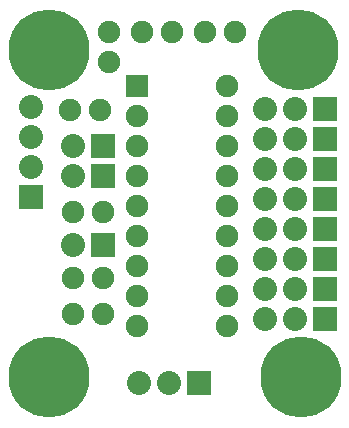
<source format=gts>
G04 (created by PCBNEW-RS274X (2011-05-25)-stable) date Thu 05 Jul 2012 10:45:02 PM EDT*
G01*
G70*
G90*
%MOIN*%
G04 Gerber Fmt 3.4, Leading zero omitted, Abs format*
%FSLAX34Y34*%
G04 APERTURE LIST*
%ADD10C,0.006000*%
%ADD11C,0.075000*%
%ADD12R,0.075000X0.075000*%
%ADD13C,0.270000*%
%ADD14R,0.080000X0.080000*%
%ADD15C,0.080000*%
G04 APERTURE END LIST*
G54D10*
G54D11*
X52600Y-32900D03*
X53600Y-32900D03*
X52600Y-30700D03*
X53600Y-30700D03*
X52500Y-27300D03*
X53500Y-27300D03*
X52600Y-34100D03*
X53600Y-34100D03*
X58000Y-24700D03*
X57000Y-24700D03*
X55900Y-24700D03*
X54900Y-24700D03*
G54D12*
X54750Y-26500D03*
G54D11*
X54750Y-27500D03*
X54750Y-28500D03*
X54750Y-29500D03*
X54750Y-30500D03*
X54750Y-31500D03*
X54750Y-32500D03*
X54750Y-33500D03*
X54750Y-34500D03*
X57750Y-34500D03*
X57750Y-33500D03*
X57750Y-32500D03*
X57750Y-31500D03*
X57750Y-30500D03*
X57750Y-29500D03*
X57750Y-28500D03*
X57750Y-27500D03*
X57750Y-26500D03*
G54D13*
X51800Y-25300D03*
X60100Y-25300D03*
X60200Y-36200D03*
X51800Y-36200D03*
G54D11*
X53800Y-25700D03*
X53800Y-24700D03*
G54D14*
X53600Y-31800D03*
G54D15*
X52600Y-31800D03*
G54D14*
X53600Y-29500D03*
G54D15*
X52600Y-29500D03*
G54D14*
X53600Y-28500D03*
G54D15*
X52600Y-28500D03*
G54D14*
X51200Y-30200D03*
G54D15*
X51200Y-29200D03*
X51200Y-28200D03*
X51200Y-27200D03*
G54D14*
X61000Y-27250D03*
G54D15*
X60000Y-27250D03*
X59000Y-27250D03*
G54D14*
X61000Y-28250D03*
G54D15*
X60000Y-28250D03*
X59000Y-28250D03*
G54D14*
X61000Y-29250D03*
G54D15*
X60000Y-29250D03*
X59000Y-29250D03*
G54D14*
X61000Y-30250D03*
G54D15*
X60000Y-30250D03*
X59000Y-30250D03*
G54D14*
X61000Y-31250D03*
G54D15*
X60000Y-31250D03*
X59000Y-31250D03*
G54D14*
X61000Y-32250D03*
G54D15*
X60000Y-32250D03*
X59000Y-32250D03*
G54D14*
X61000Y-33250D03*
G54D15*
X60000Y-33250D03*
X59000Y-33250D03*
G54D14*
X61000Y-34250D03*
G54D15*
X60000Y-34250D03*
X59000Y-34250D03*
G54D14*
X56800Y-36400D03*
G54D15*
X55800Y-36400D03*
X54800Y-36400D03*
M02*

</source>
